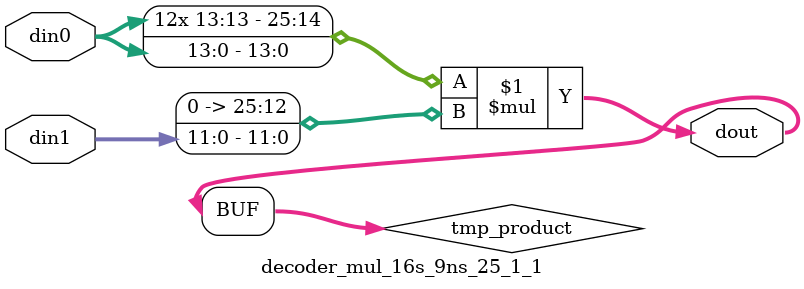
<source format=v>

`timescale 1 ns / 1 ps

 module decoder_mul_16s_9ns_25_1_1(din0, din1, dout);
parameter ID = 1;
parameter NUM_STAGE = 0;
parameter din0_WIDTH = 14;
parameter din1_WIDTH = 12;
parameter dout_WIDTH = 26;

input [din0_WIDTH - 1 : 0] din0; 
input [din1_WIDTH - 1 : 0] din1; 
output [dout_WIDTH - 1 : 0] dout;

wire signed [dout_WIDTH - 1 : 0] tmp_product;


























assign tmp_product = $signed(din0) * $signed({1'b0, din1});









assign dout = tmp_product;





















endmodule

</source>
